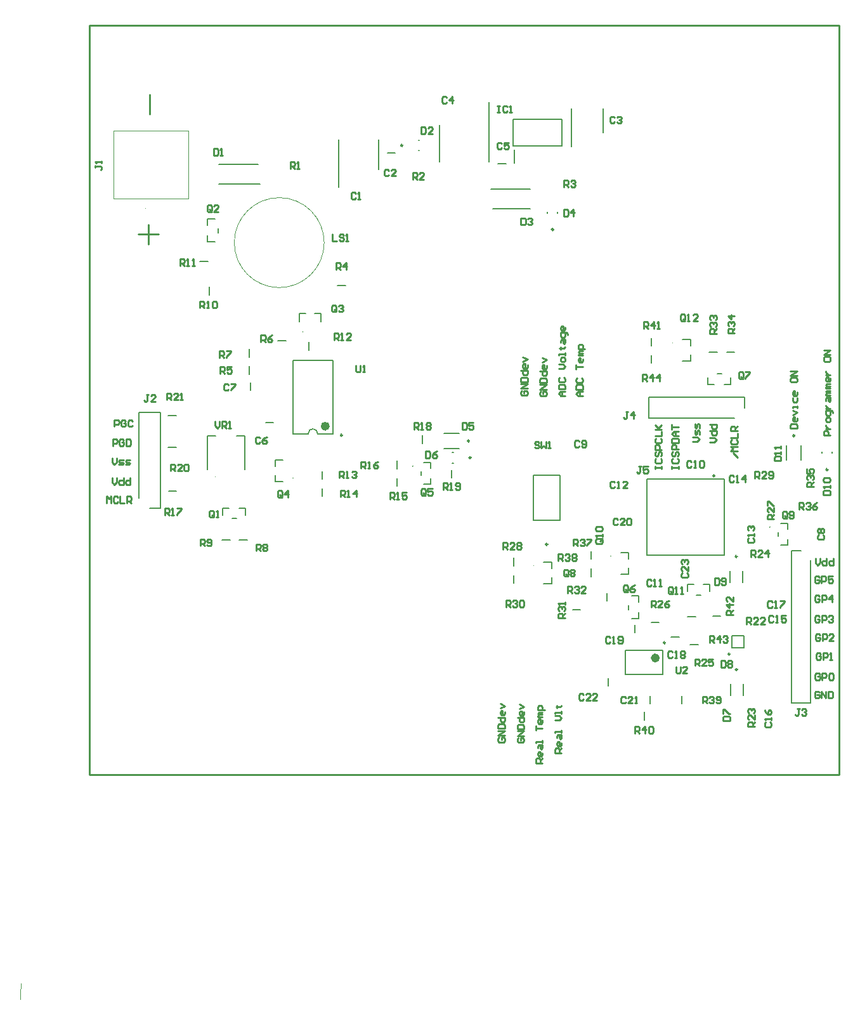
<source format=gto>
G04*
G04 #@! TF.GenerationSoftware,Altium Limited,Altium Designer,20.2.7 (254)*
G04*
G04 Layer_Color=65535*
%FSLAX25Y25*%
%MOIN*%
G70*
G04*
G04 #@! TF.SameCoordinates,6A7C296C-3D1D-46A6-B2F7-2068CE29E54D*
G04*
G04*
G04 #@! TF.FilePolarity,Positive*
G04*
G01*
G75*
%ADD10C,0.00394*%
%ADD11C,0.00984*%
%ADD12C,0.00787*%
%ADD13C,0.02362*%
%ADD14C,0.01000*%
%ADD15C,0.00050*%
D10*
X233071Y110039D02*
G03*
X233465Y110039I197J0D01*
G01*
D02*
G03*
X233071Y110039I-197J0D01*
G01*
X273648Y115015D02*
G03*
X274041Y115015I197J0D01*
G01*
D02*
G03*
X273648Y115015I-197J0D01*
G01*
X75973Y279609D02*
G03*
X123217Y279609I23622J0D01*
G01*
D02*
G03*
X75973Y279609I-23622J0D01*
G01*
X66099Y156522D02*
G03*
X66099Y156128I0J-197D01*
G01*
D02*
G03*
X66099Y156522I0J197D01*
G01*
X106604Y155898D02*
G03*
X106998Y155898I197J0D01*
G01*
D02*
G03*
X106604Y155898I-197J0D01*
G01*
X112014Y232630D02*
G03*
X112014Y233024I0J197D01*
G01*
D02*
G03*
X112014Y232630I0J-197D01*
G01*
X306153Y227050D02*
G03*
X306547Y227050I197J0D01*
G01*
D02*
G03*
X306153Y227050I-197J0D01*
G01*
X29405Y298066D02*
G03*
X29405Y297672I0J-197D01*
G01*
D02*
G03*
X29405Y298066I0J197D01*
G01*
X12475Y302593D02*
Y338420D01*
X51846D01*
Y302593D02*
Y338420D01*
X12475Y302593D02*
X51846D01*
D11*
X240650Y121083D02*
G03*
X240650Y121083I-492J0D01*
G01*
X164508Y330709D02*
G03*
X164508Y330709I-492J0D01*
G01*
X199559Y175415D02*
G03*
X199559Y175415I-492J0D01*
G01*
X132779Y178391D02*
G03*
X132779Y178391I-492J0D01*
G01*
X340371Y55315D02*
G03*
X340371Y55315I-492J0D01*
G01*
X336493Y63411D02*
G03*
X336493Y63411I-492J0D01*
G01*
X340283Y114705D02*
G03*
X340283Y114705I-492J0D01*
G01*
X328540Y157104D02*
G03*
X328540Y157104I-492J0D01*
G01*
X370468Y178150D02*
G03*
X370468Y178150I-492J0D01*
G01*
X387923Y160335D02*
G03*
X387923Y160335I-492J0D01*
G01*
X302579Y69390D02*
G03*
X302579Y69390I-492J0D01*
G01*
X200339Y166638D02*
G03*
X200339Y166638I-492J0D01*
G01*
X243736Y286499D02*
G03*
X243736Y286499I-492J0D01*
G01*
D12*
X119787Y179218D02*
G03*
X114787Y179218I-2500J0D01*
G01*
X169720Y162205D02*
G03*
X169720Y162205I-79J0D01*
G01*
X357435Y130216D02*
G03*
X357435Y130216I-79J0D01*
G01*
X242717Y108465D02*
Y111811D01*
X238583D02*
X242717D01*
Y100394D02*
Y103740D01*
X238583Y100394D02*
X242717D01*
X222875Y109853D02*
Y113987D01*
X233268Y133858D02*
Y157480D01*
Y133858D02*
X247047D01*
X233268Y157480D02*
X247047D01*
Y133858D02*
Y157480D01*
X271850Y91302D02*
Y95436D01*
X283293Y113441D02*
Y116787D01*
X279159D02*
X283293D01*
Y105370D02*
Y108716D01*
X279159Y105370D02*
X283293D01*
X151679Y318209D02*
Y333858D01*
X130813Y308661D02*
Y333858D01*
X130321Y256958D02*
X134455D01*
X156519Y326772D02*
X160653D01*
X172677Y333465D02*
X173268D01*
X172677Y327953D02*
X173268D01*
X209702Y321949D02*
Y353445D01*
X183718Y321949D02*
Y341437D01*
X214541Y321007D02*
X218675D01*
X222531Y330511D02*
Y344290D01*
X248121D01*
Y330511D02*
Y344290D01*
X222531Y330511D02*
X248121D01*
X223023Y321554D02*
Y328444D01*
X253059Y329938D02*
Y350017D01*
X269988Y337320D02*
Y350017D01*
X186272Y179253D02*
X194146D01*
X186272Y171576D02*
X194146D01*
X83801Y219534D02*
Y223668D01*
X83801Y210463D02*
Y214597D01*
X98904Y227988D02*
X103038D01*
X127720Y179218D02*
Y217801D01*
X106854Y179218D02*
Y217801D01*
X119787Y179218D02*
X127720D01*
X106854D02*
X114787D01*
X106854Y217801D02*
X127720D01*
X179168Y161221D02*
Y164173D01*
X175413D02*
X179168D01*
X175413Y152756D02*
X179168D01*
X174050Y157480D02*
Y159449D01*
X179168Y152756D02*
Y155709D01*
X174999Y174154D02*
Y178288D01*
X41240Y188779D02*
X45374D01*
X293701Y187303D02*
X338898D01*
X293701D02*
Y198524D01*
X344094D01*
Y192913D02*
Y198524D01*
X69927Y136438D02*
Y140168D01*
X78487D02*
X81895D01*
X69927D02*
X73334D01*
X81895Y136438D02*
Y140168D01*
X74737Y134656D02*
X77084D01*
X61768Y177979D02*
X66099D01*
X61768Y160262D02*
Y177979D01*
X77122D02*
X81453D01*
Y160262D02*
Y177979D01*
X97352Y165543D02*
X101486D01*
X97352Y162197D02*
Y165543D01*
Y154126D02*
X101486D01*
X97352D02*
Y157472D01*
X343422Y41732D02*
Y47638D01*
X336729Y41732D02*
Y47638D01*
X337418Y66777D02*
X343717D01*
X337418D02*
Y72919D01*
X343717Y66777D02*
Y72919D01*
X337418D02*
X343717D01*
X343335Y101122D02*
Y107028D01*
X336642Y101122D02*
Y107028D01*
X333501Y115411D02*
Y155569D01*
X292713D02*
X333501D01*
X292713Y115411D02*
Y155569D01*
Y115411D02*
X333501D01*
X327339Y83292D02*
X331473D01*
X263493Y113313D02*
Y117447D01*
Y104242D02*
Y108375D01*
X378849Y37700D02*
Y112700D01*
X368849Y37700D02*
X378849D01*
X368849D02*
Y117700D01*
X373849D01*
X222875Y100759D02*
Y104893D01*
X318834Y94517D02*
X321181D01*
X325992Y96299D02*
Y100029D01*
X314023D02*
X317431D01*
X322584D02*
X325992D01*
X314023Y96299D02*
Y100029D01*
X67457Y284848D02*
Y287196D01*
X61945Y292006D02*
X65675D01*
X61945Y280038D02*
Y283446D01*
Y288598D02*
Y292006D01*
Y280038D02*
X65675D01*
X110242Y242276D02*
X113589D01*
X110242Y238142D02*
Y242276D01*
X118313D02*
X121660D01*
Y238142D02*
Y242276D01*
X57938Y269873D02*
X62072D01*
X62761Y252135D02*
Y256269D01*
X69543Y123398D02*
X73677D01*
X78615Y123398D02*
X82749D01*
X122244Y155413D02*
Y159547D01*
X161376Y160806D02*
Y164940D01*
X366884Y120767D02*
Y123720D01*
X361766Y125492D02*
Y127460D01*
X363128Y120767D02*
X366884D01*
X363128Y132185D02*
X366884D01*
Y129232D02*
Y132185D01*
X366137Y165354D02*
Y173228D01*
X373815Y165354D02*
Y173228D01*
X390187Y168996D02*
Y169587D01*
X384675Y168996D02*
Y169587D01*
X295271Y216280D02*
Y220414D01*
X291339Y28822D02*
Y32956D01*
X92421Y185039D02*
X96555D01*
X329722Y210645D02*
X332069D01*
X324911Y205133D02*
Y208863D01*
X333472Y205133D02*
X336880D01*
X324911D02*
X328319D01*
X336880D02*
Y208863D01*
X315799Y225476D02*
Y228822D01*
X311665D02*
X315799D01*
Y217405D02*
Y220751D01*
X311665Y217405D02*
X315799D01*
X295271Y225352D02*
Y229486D01*
X334730Y222138D02*
X338864D01*
X325658D02*
X329792D01*
X314282Y83100D02*
X318415D01*
X315628Y68517D02*
X319762D01*
X305610Y72357D02*
X309744D01*
X211838Y297254D02*
X231633D01*
X210712Y307852D02*
X231633D01*
X281496Y52756D02*
Y65354D01*
X301181Y52756D02*
Y65354D01*
X281496Y52756D02*
X301181D01*
X281496Y65354D02*
X301181D01*
X311024Y37303D02*
Y41437D01*
X253839Y86614D02*
X257972D01*
X295104Y80135D02*
X299237D01*
X283024Y86832D02*
Y89179D01*
X284806Y82022D02*
X288536D01*
Y90582D02*
Y93990D01*
Y82022D02*
Y85430D01*
X284806Y93990D02*
X288536D01*
X272429Y46711D02*
Y50845D01*
X294567Y37303D02*
Y41437D01*
X286425Y74721D02*
Y78855D01*
X122244Y146342D02*
Y150475D01*
X84426Y201981D02*
Y206115D01*
X25886Y145354D02*
Y190551D01*
X37106D01*
Y140157D02*
Y190551D01*
X31496Y140157D02*
X37106D01*
X161376Y151734D02*
Y155868D01*
X190595Y163882D02*
X191186D01*
X190595Y169394D02*
X191186D01*
X190209Y155992D02*
Y160126D01*
X240488Y295160D02*
Y295751D01*
X245999Y295160D02*
Y295751D01*
X41415Y149182D02*
X45549D01*
X41286Y172122D02*
X45420D01*
X115257Y223165D02*
Y227299D01*
X67894Y310465D02*
X89665D01*
X67894Y320717D02*
X88406D01*
D13*
X124964Y183155D02*
G03*
X124964Y183155I-1181J0D01*
G01*
X298425Y61417D02*
G03*
X298425Y61417I-1181J0D01*
G01*
D14*
X30906Y199787D02*
X29725D01*
X30315D01*
Y196836D01*
X29725Y196245D01*
X29135D01*
X28544Y196836D01*
X34448Y196245D02*
X32086D01*
X34448Y198607D01*
Y199197D01*
X33858Y199787D01*
X32677D01*
X32086Y199197D01*
X247961Y11572D02*
X244419D01*
Y13343D01*
X245009Y13934D01*
X246190D01*
X246780Y13343D01*
Y11572D01*
Y12753D02*
X247961Y13934D01*
Y16885D02*
Y15705D01*
X247371Y15114D01*
X246190D01*
X245600Y15705D01*
Y16885D01*
X246190Y17476D01*
X246780D01*
Y15114D01*
X245600Y19247D02*
Y20427D01*
X246190Y21018D01*
X247961D01*
Y19247D01*
X247371Y18656D01*
X246780Y19247D01*
Y21018D01*
X247961Y22198D02*
Y23379D01*
Y22789D01*
X244419D01*
Y22198D01*
Y28692D02*
X246780D01*
X247961Y29873D01*
X246780Y31054D01*
X244419D01*
X247961Y32235D02*
Y33415D01*
Y32825D01*
X244419D01*
Y32235D01*
X245009Y35777D02*
X245600D01*
Y35186D01*
Y36367D01*
Y35777D01*
X247371D01*
X247961Y36367D01*
X237909Y6241D02*
X234367D01*
Y8012D01*
X234957Y8603D01*
X236138D01*
X236728Y8012D01*
Y6241D01*
Y7422D02*
X237909Y8603D01*
Y11555D02*
Y10374D01*
X237318Y9784D01*
X236138D01*
X235547Y10374D01*
Y11555D01*
X236138Y12145D01*
X236728D01*
Y9784D01*
X235547Y13916D02*
Y15097D01*
X236138Y15687D01*
X237909D01*
Y13916D01*
X237318Y13326D01*
X236728Y13916D01*
Y15687D01*
X237909Y16868D02*
Y18049D01*
Y17458D01*
X234367D01*
Y16868D01*
Y23362D02*
Y25723D01*
Y24543D01*
X237909D01*
Y28675D02*
Y27494D01*
X237318Y26904D01*
X236138D01*
X235547Y27494D01*
Y28675D01*
X236138Y29265D01*
X236728D01*
Y26904D01*
X237909Y30446D02*
X235547D01*
Y31037D01*
X236138Y31627D01*
X237909D01*
X236138D01*
X235547Y32217D01*
X236138Y32808D01*
X237909D01*
X239089Y33988D02*
X235547D01*
Y35759D01*
X236138Y36350D01*
X237318D01*
X237909Y35759D01*
Y33988D01*
X225263Y19380D02*
X224672Y18790D01*
Y17609D01*
X225263Y17019D01*
X227624D01*
X228215Y17609D01*
Y18790D01*
X227624Y19380D01*
X226443D01*
Y18200D01*
X228215Y20561D02*
X224672D01*
X228215Y22922D01*
X224672D01*
Y24103D02*
X228215D01*
Y25874D01*
X227624Y26465D01*
X225263D01*
X224672Y25874D01*
Y24103D01*
Y30007D02*
X228215D01*
Y28236D01*
X227624Y27645D01*
X226443D01*
X225853Y28236D01*
Y30007D01*
X228215Y32959D02*
Y31778D01*
X227624Y31187D01*
X226443D01*
X225853Y31778D01*
Y32959D01*
X226443Y33549D01*
X227034D01*
Y31187D01*
X225853Y34730D02*
X228215Y35910D01*
X225853Y37091D01*
X215184Y19586D02*
X214593Y18996D01*
Y17815D01*
X215184Y17225D01*
X217545D01*
X218136Y17815D01*
Y18996D01*
X217545Y19586D01*
X216365D01*
Y18405D01*
X218136Y20767D02*
X214593D01*
X218136Y23128D01*
X214593D01*
Y24309D02*
X218136D01*
Y26080D01*
X217545Y26670D01*
X215184D01*
X214593Y26080D01*
Y24309D01*
Y30213D02*
X218136D01*
Y28441D01*
X217545Y27851D01*
X216365D01*
X215774Y28441D01*
Y30213D01*
X218136Y33164D02*
Y31984D01*
X217545Y31393D01*
X216365D01*
X215774Y31984D01*
Y33164D01*
X216365Y33755D01*
X216955D01*
Y31393D01*
X215774Y34935D02*
X218136Y36116D01*
X215774Y37297D01*
X249912Y199212D02*
X247551D01*
X246370Y200393D01*
X247551Y201574D01*
X249912D01*
X248141D01*
Y199212D01*
X246370Y202754D02*
X249912D01*
Y204525D01*
X249322Y205116D01*
X246960D01*
X246370Y204525D01*
Y202754D01*
X246960Y208658D02*
X246370Y208068D01*
Y206887D01*
X246960Y206296D01*
X249322D01*
X249912Y206887D01*
Y208068D01*
X249322Y208658D01*
X246370Y213381D02*
X248731D01*
X249912Y214562D01*
X248731Y215742D01*
X246370D01*
X249912Y217513D02*
Y218694D01*
X249322Y219284D01*
X248141D01*
X247551Y218694D01*
Y217513D01*
X248141Y216923D01*
X249322D01*
X249912Y217513D01*
Y220465D02*
Y221646D01*
Y221056D01*
X246370D01*
Y220465D01*
X246960Y224007D02*
X247551D01*
Y223417D01*
Y224598D01*
Y224007D01*
X249322D01*
X249912Y224598D01*
X247551Y226959D02*
Y228140D01*
X248141Y228730D01*
X249912D01*
Y226959D01*
X249322Y226369D01*
X248731Y226959D01*
Y228730D01*
X251093Y231092D02*
Y231682D01*
X250502Y232272D01*
X247551D01*
Y230501D01*
X248141Y229911D01*
X249322D01*
X249912Y230501D01*
Y232272D01*
Y235224D02*
Y234043D01*
X249322Y233453D01*
X248141D01*
X247551Y234043D01*
Y235224D01*
X248141Y235814D01*
X248731D01*
Y233453D01*
X227069Y201754D02*
X226479Y201163D01*
Y199983D01*
X227069Y199392D01*
X229430D01*
X230021Y199983D01*
Y201163D01*
X229430Y201754D01*
X228250D01*
Y200573D01*
X230021Y202935D02*
X226479D01*
X230021Y205296D01*
X226479D01*
Y206477D02*
X230021D01*
Y208248D01*
X229430Y208838D01*
X227069D01*
X226479Y208248D01*
Y206477D01*
Y212380D02*
X230021D01*
Y210609D01*
X229430Y210019D01*
X228250D01*
X227659Y210609D01*
Y212380D01*
X230021Y215332D02*
Y214151D01*
X229430Y213561D01*
X228250D01*
X227659Y214151D01*
Y215332D01*
X228250Y215922D01*
X228840D01*
Y213561D01*
X227659Y217103D02*
X230021Y218284D01*
X227659Y219464D01*
X237130Y201394D02*
X236540Y200804D01*
Y199623D01*
X237130Y199033D01*
X239492D01*
X240082Y199623D01*
Y200804D01*
X239492Y201394D01*
X238311D01*
Y200214D01*
X240082Y202575D02*
X236540D01*
X240082Y204937D01*
X236540D01*
Y206117D02*
X240082D01*
Y207888D01*
X239492Y208479D01*
X237130D01*
X236540Y207888D01*
Y206117D01*
Y212021D02*
X240082D01*
Y210250D01*
X239492Y209660D01*
X238311D01*
X237720Y210250D01*
Y212021D01*
X240082Y214973D02*
Y213792D01*
X239492Y213202D01*
X238311D01*
X237720Y213792D01*
Y214973D01*
X238311Y215563D01*
X238901D01*
Y213202D01*
X237720Y216744D02*
X240082Y217924D01*
X237720Y219105D01*
X259134Y199020D02*
X256772D01*
X255591Y200201D01*
X256772Y201382D01*
X259134D01*
X257362D01*
Y199020D01*
X255591Y202562D02*
X259134D01*
Y204333D01*
X258543Y204924D01*
X256182D01*
X255591Y204333D01*
Y202562D01*
X256182Y208466D02*
X255591Y207876D01*
Y206695D01*
X256182Y206104D01*
X258543D01*
X259134Y206695D01*
Y207876D01*
X258543Y208466D01*
X255591Y213189D02*
Y215550D01*
Y214370D01*
X259134D01*
Y218502D02*
Y217321D01*
X258543Y216731D01*
X257362D01*
X256772Y217321D01*
Y218502D01*
X257362Y219092D01*
X257953D01*
Y216731D01*
X259134Y220273D02*
X256772D01*
Y220864D01*
X257362Y221454D01*
X259134D01*
X257362D01*
X256772Y222044D01*
X257362Y222635D01*
X259134D01*
X260314Y223815D02*
X256772D01*
Y225586D01*
X257362Y226177D01*
X258543D01*
X259134Y225586D01*
Y223815D01*
X368308Y182102D02*
X371850D01*
Y183873D01*
X371259Y184464D01*
X368898D01*
X368308Y183873D01*
Y182102D01*
X371850Y187416D02*
Y186235D01*
X371259Y185644D01*
X370079D01*
X369488Y186235D01*
Y187416D01*
X370079Y188006D01*
X370669D01*
Y185644D01*
X369488Y189187D02*
X371850Y190367D01*
X369488Y191548D01*
X371850Y192729D02*
Y193910D01*
Y193319D01*
X369488D01*
Y192729D01*
Y198042D02*
Y196271D01*
X370079Y195681D01*
X371259D01*
X371850Y196271D01*
Y198042D01*
Y200994D02*
Y199813D01*
X371259Y199223D01*
X370079D01*
X369488Y199813D01*
Y200994D01*
X370079Y201584D01*
X370669D01*
Y199223D01*
X368308Y208078D02*
Y206897D01*
X368898Y206307D01*
X371259D01*
X371850Y206897D01*
Y208078D01*
X371259Y208669D01*
X368898D01*
X368308Y208078D01*
X371850Y209849D02*
X368308D01*
X371850Y212211D01*
X368308D01*
X389272Y178268D02*
X385730D01*
Y180039D01*
X386320Y180629D01*
X387501D01*
X388091Y180039D01*
Y178268D01*
X386911Y181810D02*
X389272D01*
X388091D01*
X387501Y182400D01*
X386911Y182991D01*
Y183581D01*
X389272Y185942D02*
Y187123D01*
X388682Y187713D01*
X387501D01*
X386911Y187123D01*
Y185942D01*
X387501Y185352D01*
X388682D01*
X389272Y185942D01*
X390453Y190075D02*
Y190665D01*
X389862Y191255D01*
X386911D01*
Y189485D01*
X387501Y188894D01*
X388682D01*
X389272Y189485D01*
Y191255D01*
X386911Y192436D02*
X389272D01*
X388091D01*
X387501Y193027D01*
X386911Y193617D01*
Y194207D01*
Y196569D02*
Y197749D01*
X387501Y198340D01*
X389272D01*
Y196569D01*
X388682Y195978D01*
X388091Y196569D01*
Y198340D01*
X389272Y199521D02*
X386911D01*
Y200111D01*
X387501Y200701D01*
X389272D01*
X387501D01*
X386911Y201292D01*
X387501Y201882D01*
X389272D01*
Y203063D02*
X386911D01*
Y203653D01*
X387501Y204243D01*
X389272D01*
X387501D01*
X386911Y204834D01*
X387501Y205424D01*
X389272D01*
Y208376D02*
Y207195D01*
X388682Y206605D01*
X387501D01*
X386911Y207195D01*
Y208376D01*
X387501Y208966D01*
X388091D01*
Y206605D01*
X386911Y210147D02*
X389272D01*
X388091D01*
X387501Y210737D01*
X386911Y211328D01*
Y211918D01*
X385730Y219003D02*
Y217822D01*
X386320Y217231D01*
X388682D01*
X389272Y217822D01*
Y219003D01*
X388682Y219593D01*
X386320D01*
X385730Y219003D01*
X389272Y220774D02*
X385730D01*
X389272Y223135D01*
X385730D01*
X383435Y43265D02*
X382844Y43855D01*
X381663D01*
X381073Y43265D01*
Y40904D01*
X381663Y40313D01*
X382844D01*
X383435Y40904D01*
Y42084D01*
X382254D01*
X384615Y40313D02*
Y43855D01*
X386977Y40313D01*
Y43855D01*
X388157D02*
Y40313D01*
X389929D01*
X390519Y40904D01*
Y43265D01*
X389929Y43855D01*
X388157D01*
X340511Y166580D02*
X338149Y168942D01*
X340511Y170122D02*
X336968D01*
X338149Y171303D01*
X336968Y172484D01*
X340511D01*
X337559Y176026D02*
X336968Y175436D01*
Y174255D01*
X337559Y173664D01*
X339920D01*
X340511Y174255D01*
Y175436D01*
X339920Y176026D01*
X336968Y177207D02*
X340511D01*
Y179568D01*
Y180749D02*
X336968D01*
Y182520D01*
X337559Y183110D01*
X338739D01*
X339330Y182520D01*
Y180749D01*
Y181930D02*
X340511Y183110D01*
X316877Y175101D02*
X319238D01*
X320419Y176281D01*
X319238Y177462D01*
X316877D01*
X320419Y178643D02*
Y180414D01*
X319829Y181004D01*
X319238Y180414D01*
Y179233D01*
X318648Y178643D01*
X318058Y179233D01*
Y181004D01*
X320419Y182185D02*
Y183956D01*
X319829Y184546D01*
X319238Y183956D01*
Y182775D01*
X318648Y182185D01*
X318058Y182775D01*
Y184546D01*
X325818Y174785D02*
X328180D01*
X329360Y175966D01*
X328180Y177146D01*
X325818D01*
Y180689D02*
X329360D01*
Y178918D01*
X328770Y178327D01*
X327589D01*
X326999Y178918D01*
Y180689D01*
X325818Y184231D02*
X329360D01*
Y182460D01*
X328770Y181869D01*
X327589D01*
X326999Y182460D01*
Y184231D01*
X305937Y160900D02*
Y162081D01*
Y161490D01*
X309479D01*
Y160900D01*
Y162081D01*
X306527Y166213D02*
X305937Y165623D01*
Y164442D01*
X306527Y163852D01*
X308889D01*
X309479Y164442D01*
Y165623D01*
X308889Y166213D01*
X306527Y169755D02*
X305937Y169165D01*
Y167984D01*
X306527Y167394D01*
X307118D01*
X307708Y167984D01*
Y169165D01*
X308298Y169755D01*
X308889D01*
X309479Y169165D01*
Y167984D01*
X308889Y167394D01*
X309479Y170936D02*
X305937D01*
Y172707D01*
X306527Y173298D01*
X307708D01*
X308298Y172707D01*
Y170936D01*
X305937Y174478D02*
X309479D01*
Y176249D01*
X308889Y176840D01*
X306527D01*
X305937Y176249D01*
Y174478D01*
X309479Y178020D02*
X307118D01*
X305937Y179201D01*
X307118Y180382D01*
X309479D01*
X307708D01*
Y178020D01*
X305937Y181562D02*
Y183924D01*
Y182743D01*
X309479D01*
X297068Y160872D02*
Y162053D01*
Y161463D01*
X300610D01*
Y160872D01*
Y162053D01*
X297659Y166186D02*
X297068Y165595D01*
Y164415D01*
X297659Y163824D01*
X300020D01*
X300610Y164415D01*
Y165595D01*
X300020Y166186D01*
X297659Y169728D02*
X297068Y169138D01*
Y167957D01*
X297659Y167367D01*
X298249D01*
X298839Y167957D01*
Y169138D01*
X299430Y169728D01*
X300020D01*
X300610Y169138D01*
Y167957D01*
X300020Y167367D01*
X300610Y170909D02*
X297068D01*
Y172680D01*
X297659Y173270D01*
X298839D01*
X299430Y172680D01*
Y170909D01*
X297659Y176812D02*
X297068Y176222D01*
Y175041D01*
X297659Y174451D01*
X300020D01*
X300610Y175041D01*
Y176222D01*
X300020Y176812D01*
X297068Y177993D02*
X300610D01*
Y180354D01*
X297068Y181535D02*
X300610D01*
X299430D01*
X297068Y183897D01*
X298839Y182125D01*
X300610Y183897D01*
X381380Y113728D02*
Y111366D01*
X382561Y110186D01*
X383741Y111366D01*
Y113728D01*
X387283D02*
Y110186D01*
X385512D01*
X384922Y110776D01*
Y111957D01*
X385512Y112547D01*
X387283D01*
X390826Y113728D02*
Y110186D01*
X389054D01*
X388464Y110776D01*
Y111957D01*
X389054Y112547D01*
X390826D01*
X383435Y103678D02*
X382844Y104269D01*
X381663D01*
X381073Y103678D01*
Y101317D01*
X381663Y100726D01*
X382844D01*
X383435Y101317D01*
Y102498D01*
X382254D01*
X384615Y100726D02*
Y104269D01*
X386386D01*
X386977Y103678D01*
Y102498D01*
X386386Y101907D01*
X384615D01*
X390519Y104269D02*
X388157D01*
Y102498D01*
X389338Y103088D01*
X389929D01*
X390519Y102498D01*
Y101317D01*
X389929Y100726D01*
X388748D01*
X388157Y101317D01*
X383566Y93697D02*
X382976Y94287D01*
X381795D01*
X381204Y93697D01*
Y91335D01*
X381795Y90745D01*
X382976D01*
X383566Y91335D01*
Y92516D01*
X382385D01*
X384747Y90745D02*
Y94287D01*
X386518D01*
X387108Y93697D01*
Y92516D01*
X386518Y91926D01*
X384747D01*
X390060Y90745D02*
Y94287D01*
X388289Y92516D01*
X390650D01*
X383828Y73340D02*
X383238Y73931D01*
X382057D01*
X381467Y73340D01*
Y70979D01*
X382057Y70389D01*
X383238D01*
X383828Y70979D01*
Y72160D01*
X382648D01*
X385009Y70389D02*
Y73931D01*
X386780D01*
X387371Y73340D01*
Y72160D01*
X386780Y71569D01*
X385009D01*
X390913Y70389D02*
X388551D01*
X390913Y72750D01*
Y73340D01*
X390322Y73931D01*
X389142D01*
X388551Y73340D01*
X383566Y83059D02*
X382976Y83649D01*
X381795D01*
X381204Y83059D01*
Y80698D01*
X381795Y80107D01*
X382976D01*
X383566Y80698D01*
Y81878D01*
X382385D01*
X384747Y80107D02*
Y83649D01*
X386518D01*
X387108Y83059D01*
Y81878D01*
X386518Y81288D01*
X384747D01*
X388289Y83059D02*
X388879Y83649D01*
X390060D01*
X390650Y83059D01*
Y82469D01*
X390060Y81878D01*
X389469D01*
X390060D01*
X390650Y81288D01*
Y80698D01*
X390060Y80107D01*
X388879D01*
X388289Y80698D01*
X383697Y52852D02*
X383107Y53443D01*
X381926D01*
X381336Y52852D01*
Y50491D01*
X381926Y49900D01*
X383107D01*
X383697Y50491D01*
Y51672D01*
X382516D01*
X384878Y49900D02*
Y53443D01*
X386649D01*
X387239Y52852D01*
Y51672D01*
X386649Y51081D01*
X384878D01*
X388420Y52852D02*
X389010Y53443D01*
X390191D01*
X390781Y52852D01*
Y50491D01*
X390191Y49900D01*
X389010D01*
X388420Y50491D01*
Y52852D01*
X384247Y63494D02*
X383656Y64085D01*
X382475D01*
X381885Y63494D01*
Y61133D01*
X382475Y60542D01*
X383656D01*
X384247Y61133D01*
Y62313D01*
X383066D01*
X385427Y60542D02*
Y64085D01*
X387198D01*
X387789Y63494D01*
Y62313D01*
X387198Y61723D01*
X385427D01*
X388969Y60542D02*
X390150D01*
X389560D01*
Y64085D01*
X388969Y63494D01*
X8874Y142732D02*
Y146274D01*
X10055Y145094D01*
X11236Y146274D01*
Y142732D01*
X14778Y145684D02*
X14187Y146274D01*
X13006D01*
X12416Y145684D01*
Y143323D01*
X13006Y142732D01*
X14187D01*
X14778Y143323D01*
X15958Y146274D02*
Y142732D01*
X18320D01*
X19500D02*
Y146274D01*
X21272D01*
X21862Y145684D01*
Y144503D01*
X21272Y143913D01*
X19500D01*
X20681D02*
X21862Y142732D01*
X11773Y155967D02*
Y153606D01*
X12954Y152425D01*
X14134Y153606D01*
Y155967D01*
X17676D02*
Y152425D01*
X15905D01*
X15315Y153015D01*
Y154196D01*
X15905Y154787D01*
X17676D01*
X21219Y155967D02*
Y152425D01*
X19447D01*
X18857Y153015D01*
Y154196D01*
X19447Y154787D01*
X21219D01*
X11773Y166544D02*
Y164182D01*
X12954Y163002D01*
X14134Y164182D01*
Y166544D01*
X15315Y163002D02*
X17086D01*
X17676Y163592D01*
X17086Y164182D01*
X15905D01*
X15315Y164773D01*
X15905Y165363D01*
X17676D01*
X18857Y163002D02*
X20628D01*
X21219Y163592D01*
X20628Y164182D01*
X19447D01*
X18857Y164773D01*
X19447Y165363D01*
X21219D01*
X12019Y172841D02*
Y176383D01*
X13790D01*
X14380Y175792D01*
Y174612D01*
X13790Y174021D01*
X12019D01*
X17922Y175792D02*
X17332Y176383D01*
X16151D01*
X15561Y175792D01*
Y173431D01*
X16151Y172841D01*
X17332D01*
X17922Y173431D01*
Y174612D01*
X16742D01*
X19103Y176383D02*
Y172841D01*
X20874D01*
X21464Y173431D01*
Y175792D01*
X20874Y176383D01*
X19103D01*
X13003Y182925D02*
Y186468D01*
X14774D01*
X15364Y185877D01*
Y184696D01*
X14774Y184106D01*
X13003D01*
X18906Y185877D02*
X18316Y186468D01*
X17135D01*
X16545Y185877D01*
Y183516D01*
X17135Y182925D01*
X18316D01*
X18906Y183516D01*
Y184696D01*
X17726D01*
X22448Y185877D02*
X21858Y186468D01*
X20677D01*
X20087Y185877D01*
Y183516D01*
X20677Y182925D01*
X21858D01*
X22448Y183516D01*
X31568Y347055D02*
Y357550D01*
X25657Y283995D02*
X36153D01*
X30905Y289243D02*
Y278748D01*
X311433Y105954D02*
X310842Y105364D01*
Y104183D01*
X311433Y103593D01*
X313794D01*
X314384Y104183D01*
Y105364D01*
X313794Y105954D01*
X314384Y109496D02*
Y107135D01*
X312023Y109496D01*
X311433D01*
X310842Y108906D01*
Y107725D01*
X311433Y107135D01*
Y110677D02*
X310842Y111267D01*
Y112448D01*
X311433Y113038D01*
X312023D01*
X312613Y112448D01*
Y111858D01*
Y112448D01*
X313204Y113038D01*
X313794D01*
X314384Y112448D01*
Y111267D01*
X313794Y110677D01*
X277527Y134246D02*
X276937Y134836D01*
X275756D01*
X275166Y134246D01*
Y131884D01*
X275756Y131294D01*
X276937D01*
X277527Y131884D01*
X281069Y131294D02*
X278708D01*
X281069Y133655D01*
Y134246D01*
X280479Y134836D01*
X279298D01*
X278708Y134246D01*
X282250D02*
X282840Y134836D01*
X284021D01*
X284611Y134246D01*
Y131884D01*
X284021Y131294D01*
X282840D01*
X282250Y131884D01*
Y134246D01*
X131191Y156026D02*
Y159568D01*
X132962D01*
X133553Y158977D01*
Y157797D01*
X132962Y157206D01*
X131191D01*
X132372D02*
X133553Y156026D01*
X134733D02*
X135914D01*
X135324D01*
Y159568D01*
X134733Y158977D01*
X137685D02*
X138275Y159568D01*
X139456D01*
X140047Y158977D01*
Y158387D01*
X139456Y157797D01*
X138866D01*
X139456D01*
X140047Y157206D01*
Y156616D01*
X139456Y156026D01*
X138275D01*
X137685Y156616D01*
X47343Y267550D02*
Y271092D01*
X49114D01*
X49705Y270502D01*
Y269321D01*
X49114Y268731D01*
X47343D01*
X48524D02*
X49705Y267550D01*
X50885D02*
X52066D01*
X51476D01*
Y271092D01*
X50885Y270502D01*
X53837Y267550D02*
X55018D01*
X54428D01*
Y271092D01*
X53837Y270502D01*
X57889Y245261D02*
Y248803D01*
X59659D01*
X60250Y248213D01*
Y247032D01*
X59659Y246442D01*
X57889D01*
X59069D02*
X60250Y245261D01*
X61431D02*
X62611D01*
X62021D01*
Y248803D01*
X61431Y248213D01*
X64382D02*
X64973Y248803D01*
X66154D01*
X66744Y248213D01*
Y245851D01*
X66154Y245261D01*
X64973D01*
X64382Y245851D01*
Y248213D01*
X58046Y120276D02*
Y123818D01*
X59816D01*
X60407Y123228D01*
Y122047D01*
X59816Y121457D01*
X58046D01*
X59226D02*
X60407Y120276D01*
X61588Y120867D02*
X62178Y120276D01*
X63359D01*
X63949Y120867D01*
Y123228D01*
X63359Y123818D01*
X62178D01*
X61588Y123228D01*
Y122638D01*
X62178Y122047D01*
X63949D01*
X87379Y117680D02*
Y121222D01*
X89151D01*
X89741Y120632D01*
Y119451D01*
X89151Y118861D01*
X87379D01*
X88560D02*
X89741Y117680D01*
X90922Y120632D02*
X91512Y121222D01*
X92693D01*
X93283Y120632D01*
Y120041D01*
X92693Y119451D01*
X93283Y118861D01*
Y118270D01*
X92693Y117680D01*
X91512D01*
X90922Y118270D01*
Y118861D01*
X91512Y119451D01*
X90922Y120041D01*
Y120632D01*
X91512Y119451D02*
X92693D01*
X68186Y219094D02*
Y222636D01*
X69957D01*
X70547Y222046D01*
Y220865D01*
X69957Y220274D01*
X68186D01*
X69366D02*
X70547Y219094D01*
X71728Y222636D02*
X74089D01*
Y222046D01*
X71728Y219684D01*
Y219094D01*
X68623Y210888D02*
Y214430D01*
X70394D01*
X70985Y213840D01*
Y212659D01*
X70394Y212069D01*
X68623D01*
X69804D02*
X70985Y210888D01*
X74527Y214430D02*
X72165D01*
Y212659D01*
X73346Y213250D01*
X73936D01*
X74527Y212659D01*
Y211478D01*
X73936Y210888D01*
X72756D01*
X72165Y211478D01*
X64074Y296465D02*
Y298827D01*
X63484Y299417D01*
X62303D01*
X61712Y298827D01*
Y296465D01*
X62303Y295875D01*
X63484D01*
X62893Y297056D02*
X64074Y295875D01*
X63484D02*
X64074Y296465D01*
X67616Y295875D02*
X65254D01*
X67616Y298236D01*
Y298827D01*
X67026Y299417D01*
X65845D01*
X65254Y298827D01*
X65255Y135903D02*
Y138264D01*
X64665Y138855D01*
X63484D01*
X62894Y138264D01*
Y135903D01*
X63484Y135312D01*
X64665D01*
X64075Y136493D02*
X65255Y135312D01*
X64665D02*
X65255Y135903D01*
X66436Y135312D02*
X67617D01*
X67027D01*
Y138855D01*
X66436Y138264D01*
X347585Y114579D02*
Y118121D01*
X349356D01*
X349946Y117531D01*
Y116350D01*
X349356Y115760D01*
X347585D01*
X348765D02*
X349946Y114579D01*
X353488D02*
X351127D01*
X353488Y116940D01*
Y117531D01*
X352898Y118121D01*
X351717D01*
X351127Y117531D01*
X356440Y114579D02*
Y118121D01*
X354669Y116350D01*
X357030D01*
X372797Y139422D02*
Y142964D01*
X374568D01*
X375159Y142374D01*
Y141193D01*
X374568Y140603D01*
X372797D01*
X373978D02*
X375159Y139422D01*
X376340Y142374D02*
X376930Y142964D01*
X378111D01*
X378701Y142374D01*
Y141783D01*
X378111Y141193D01*
X377520D01*
X378111D01*
X378701Y140603D01*
Y140012D01*
X378111Y139422D01*
X376930D01*
X376340Y140012D01*
X382243Y142964D02*
X381062Y142374D01*
X379882Y141193D01*
Y140012D01*
X380472Y139422D01*
X381653D01*
X382243Y140012D01*
Y140603D01*
X381653Y141193D01*
X379882D01*
X380444Y151403D02*
X376901D01*
Y153174D01*
X377492Y153765D01*
X378672D01*
X379263Y153174D01*
Y151403D01*
Y152584D02*
X380444Y153765D01*
X377492Y154945D02*
X376901Y155536D01*
Y156716D01*
X377492Y157307D01*
X378082D01*
X378672Y156716D01*
Y156126D01*
Y156716D01*
X379263Y157307D01*
X379853D01*
X380444Y156716D01*
Y155536D01*
X379853Y154945D01*
X376901Y160849D02*
Y158487D01*
X378672D01*
X378082Y159668D01*
Y160259D01*
X378672Y160849D01*
X379853D01*
X380444Y160259D01*
Y159078D01*
X379853Y158487D01*
X349608Y155709D02*
Y159251D01*
X351379D01*
X351969Y158661D01*
Y157480D01*
X351379Y156890D01*
X349608D01*
X350788D02*
X351969Y155709D01*
X355511D02*
X353150D01*
X355511Y158071D01*
Y158661D01*
X354921Y159251D01*
X353740D01*
X353150Y158661D01*
X356692Y156300D02*
X357282Y155709D01*
X358463D01*
X359054Y156300D01*
Y158661D01*
X358463Y159251D01*
X357282D01*
X356692Y158661D01*
Y158071D01*
X357282Y157480D01*
X359054D01*
X359635Y134375D02*
X356093D01*
Y136146D01*
X356683Y136736D01*
X357864D01*
X358454Y136146D01*
Y134375D01*
Y135555D02*
X359635Y136736D01*
Y140278D02*
Y137917D01*
X357274Y140278D01*
X356683D01*
X356093Y139688D01*
Y138507D01*
X356683Y137917D01*
X356093Y141459D02*
Y143820D01*
X356683D01*
X359045Y141459D01*
X359635D01*
X349526Y25390D02*
X345984D01*
Y27161D01*
X346574Y27751D01*
X347755D01*
X348345Y27161D01*
Y25390D01*
Y26570D02*
X349526Y27751D01*
Y31293D02*
Y28932D01*
X347164Y31293D01*
X346574D01*
X345984Y30703D01*
Y29522D01*
X346574Y28932D01*
Y32474D02*
X345984Y33064D01*
Y34245D01*
X346574Y34835D01*
X347164D01*
X347755Y34245D01*
Y33655D01*
Y34245D01*
X348345Y34835D01*
X348935D01*
X349526Y34245D01*
Y33064D01*
X348935Y32474D01*
X345274Y79186D02*
Y82728D01*
X347045D01*
X347636Y82138D01*
Y80957D01*
X347045Y80366D01*
X345274D01*
X346455D02*
X347636Y79186D01*
X351178D02*
X348816D01*
X351178Y81547D01*
Y82138D01*
X350587Y82728D01*
X349407D01*
X348816Y82138D01*
X354720Y79186D02*
X352359D01*
X354720Y81547D01*
Y82138D01*
X354130Y82728D01*
X352949D01*
X352359Y82138D01*
X290553Y206890D02*
Y210433D01*
X292324D01*
X292914Y209842D01*
Y208661D01*
X292324Y208071D01*
X290553D01*
X291733D02*
X292914Y206890D01*
X295866D02*
Y210433D01*
X294095Y208661D01*
X296456D01*
X299408Y206890D02*
Y210433D01*
X297637Y208661D01*
X299998D01*
X246303Y112402D02*
Y115944D01*
X248074D01*
X248664Y115354D01*
Y114173D01*
X248074Y113583D01*
X246303D01*
X247483D02*
X248664Y112402D01*
X249845Y115354D02*
X250435Y115944D01*
X251616D01*
X252206Y115354D01*
Y114764D01*
X251616Y114173D01*
X251026D01*
X251616D01*
X252206Y113583D01*
Y112993D01*
X251616Y112402D01*
X250435D01*
X249845Y112993D01*
X253387Y115354D02*
X253977Y115944D01*
X255158D01*
X255749Y115354D01*
Y114764D01*
X255158Y114173D01*
X255749Y113583D01*
Y112993D01*
X255158Y112402D01*
X253977D01*
X253387Y112993D01*
Y113583D01*
X253977Y114173D01*
X253387Y114764D01*
Y115354D01*
X253977Y114173D02*
X255158D01*
X218743Y88221D02*
Y91763D01*
X220514D01*
X221104Y91173D01*
Y89992D01*
X220514Y89402D01*
X218743D01*
X219923D02*
X221104Y88221D01*
X222285Y91173D02*
X222875Y91763D01*
X224056D01*
X224646Y91173D01*
Y90582D01*
X224056Y89992D01*
X223465D01*
X224056D01*
X224646Y89402D01*
Y88811D01*
X224056Y88221D01*
X222875D01*
X222285Y88811D01*
X225827Y91173D02*
X226417Y91763D01*
X227598D01*
X228188Y91173D01*
Y88811D01*
X227598Y88221D01*
X226417D01*
X225827Y88811D01*
Y91173D01*
X249267Y308830D02*
Y312372D01*
X251039D01*
X251629Y311782D01*
Y310601D01*
X251039Y310011D01*
X249267D01*
X250448D02*
X251629Y308830D01*
X252810Y311782D02*
X253400Y312372D01*
X254581D01*
X255171Y311782D01*
Y311191D01*
X254581Y310601D01*
X253990D01*
X254581D01*
X255171Y310011D01*
Y309420D01*
X254581Y308830D01*
X253400D01*
X252810Y309420D01*
X169739Y312839D02*
Y316381D01*
X171510D01*
X172100Y315791D01*
Y314610D01*
X171510Y314020D01*
X169739D01*
X170920D02*
X172100Y312839D01*
X175643D02*
X173281D01*
X175643Y315200D01*
Y315791D01*
X175052Y316381D01*
X173872D01*
X173281Y315791D01*
X366435Y135334D02*
Y137695D01*
X365844Y138286D01*
X364664D01*
X364073Y137695D01*
Y135334D01*
X364664Y134743D01*
X365844D01*
X365254Y135924D02*
X366435Y134743D01*
X365844D02*
X366435Y135334D01*
X367615D02*
X368206Y134743D01*
X369387D01*
X369977Y135334D01*
Y137695D01*
X369387Y138286D01*
X368206D01*
X367615Y137695D01*
Y137105D01*
X368206Y136514D01*
X369977D01*
X328414Y103387D02*
Y99845D01*
X330185D01*
X330775Y100436D01*
Y102797D01*
X330185Y103387D01*
X328414D01*
X331956Y100436D02*
X332546Y99845D01*
X333727D01*
X334317Y100436D01*
Y102797D01*
X333727Y103387D01*
X332546D01*
X331956Y102797D01*
Y102207D01*
X332546Y101616D01*
X334317D01*
X359777Y165019D02*
X363319D01*
Y166790D01*
X362729Y167381D01*
X360367D01*
X359777Y166790D01*
Y165019D01*
X363319Y168562D02*
Y169742D01*
Y169152D01*
X359777D01*
X360367Y168562D01*
X363319Y171513D02*
Y172694D01*
Y172104D01*
X359777D01*
X360367Y171513D01*
X385617Y147215D02*
X389159D01*
Y148986D01*
X388568Y149577D01*
X386207D01*
X385617Y148986D01*
Y147215D01*
X389159Y150758D02*
Y151938D01*
Y151348D01*
X385617D01*
X386207Y150758D01*
Y153709D02*
X385617Y154300D01*
Y155480D01*
X386207Y156071D01*
X388568D01*
X389159Y155480D01*
Y154300D01*
X388568Y153709D01*
X386207D01*
X332875Y28544D02*
X336417D01*
Y30315D01*
X335826Y30906D01*
X333465D01*
X332875Y30315D01*
Y28544D01*
Y32086D02*
Y34448D01*
X333465D01*
X335826Y32086D01*
X336417D01*
X331731Y60020D02*
Y56478D01*
X333502D01*
X334092Y57069D01*
Y59430D01*
X333502Y60020D01*
X331731D01*
X335273Y59430D02*
X335863Y60020D01*
X337044D01*
X337634Y59430D01*
Y58840D01*
X337044Y58249D01*
X337634Y57659D01*
Y57069D01*
X337044Y56478D01*
X335863D01*
X335273Y57069D01*
Y57659D01*
X335863Y58249D01*
X335273Y58840D01*
Y59430D01*
X335863Y58249D02*
X337044D01*
X358684Y90795D02*
X358094Y91385D01*
X356913D01*
X356323Y90795D01*
Y88433D01*
X356913Y87843D01*
X358094D01*
X358684Y88433D01*
X359865Y87843D02*
X361046D01*
X360455D01*
Y91385D01*
X359865Y90795D01*
X362817Y91385D02*
X365178D01*
Y90795D01*
X362817Y88433D01*
Y87843D01*
X355260Y27586D02*
X354670Y26995D01*
Y25815D01*
X355260Y25224D01*
X357622D01*
X358212Y25815D01*
Y26995D01*
X357622Y27586D01*
X358212Y28766D02*
Y29947D01*
Y29357D01*
X354670D01*
X355260Y28766D01*
X354670Y34080D02*
X355260Y32899D01*
X356441Y31718D01*
X357622D01*
X358212Y32308D01*
Y33489D01*
X357622Y34080D01*
X357032D01*
X356441Y33489D01*
Y31718D01*
X359289Y83007D02*
X358698Y83597D01*
X357518D01*
X356927Y83007D01*
Y80645D01*
X357518Y80055D01*
X358698D01*
X359289Y80645D01*
X360470Y80055D02*
X361650D01*
X361060D01*
Y83597D01*
X360470Y83007D01*
X365783Y83597D02*
X363421D01*
Y81826D01*
X364602Y82416D01*
X365192D01*
X365783Y81826D01*
Y80645D01*
X365192Y80055D01*
X364012D01*
X363421Y80645D01*
X338499Y156699D02*
X337909Y157289D01*
X336728D01*
X336138Y156699D01*
Y154337D01*
X336728Y153747D01*
X337909D01*
X338499Y154337D01*
X339680Y153747D02*
X340861D01*
X340270D01*
Y157289D01*
X339680Y156699D01*
X344403Y153747D02*
Y157289D01*
X342632Y155518D01*
X344993D01*
X346271Y124287D02*
X345681Y123697D01*
Y122516D01*
X346271Y121925D01*
X348633D01*
X349223Y122516D01*
Y123697D01*
X348633Y124287D01*
X349223Y125468D02*
Y126648D01*
Y126058D01*
X345681D01*
X346271Y125468D01*
Y128419D02*
X345681Y129010D01*
Y130191D01*
X346271Y130781D01*
X346861D01*
X347452Y130191D01*
Y129600D01*
Y130191D01*
X348042Y130781D01*
X348633D01*
X349223Y130191D01*
Y129010D01*
X348633Y128419D01*
X275929Y153632D02*
X275339Y154223D01*
X274158D01*
X273568Y153632D01*
Y151271D01*
X274158Y150680D01*
X275339D01*
X275929Y151271D01*
X277110Y150680D02*
X278291D01*
X277700D01*
Y154223D01*
X277110Y153632D01*
X282423Y150680D02*
X280062D01*
X282423Y153042D01*
Y153632D01*
X281833Y154223D01*
X280652D01*
X280062Y153632D01*
X295119Y102099D02*
X294529Y102689D01*
X293348D01*
X292758Y102099D01*
Y99737D01*
X293348Y99147D01*
X294529D01*
X295119Y99737D01*
X296300Y99147D02*
X297481D01*
X296890D01*
Y102689D01*
X296300Y102099D01*
X299252Y99147D02*
X300433D01*
X299842D01*
Y102689D01*
X299252Y102099D01*
X316248Y164393D02*
X315658Y164983D01*
X314477D01*
X313887Y164393D01*
Y162031D01*
X314477Y161441D01*
X315658D01*
X316248Y162031D01*
X317429Y161441D02*
X318610D01*
X318019D01*
Y164983D01*
X317429Y164393D01*
X320381D02*
X320971Y164983D01*
X322152D01*
X322742Y164393D01*
Y162031D01*
X322152Y161441D01*
X320971D01*
X320381Y162031D01*
Y164393D01*
X257327Y175056D02*
X256737Y175647D01*
X255556D01*
X254966Y175056D01*
Y172695D01*
X255556Y172105D01*
X256737D01*
X257327Y172695D01*
X258508D02*
X259098Y172105D01*
X260279D01*
X260869Y172695D01*
Y175056D01*
X260279Y175647D01*
X259098D01*
X258508Y175056D01*
Y174466D01*
X259098Y173876D01*
X260869D01*
X383013Y125951D02*
X382422Y125361D01*
Y124180D01*
X383013Y123590D01*
X385374D01*
X385964Y124180D01*
Y125361D01*
X385374Y125951D01*
X383013Y127132D02*
X382422Y127722D01*
Y128903D01*
X383013Y129493D01*
X383603D01*
X384193Y128903D01*
X384784Y129493D01*
X385374D01*
X385964Y128903D01*
Y127722D01*
X385374Y127132D01*
X384784D01*
X384193Y127722D01*
X383603Y127132D01*
X383013D01*
X384193Y127722D02*
Y128903D01*
X289813Y161952D02*
X288632D01*
X289223D01*
Y159001D01*
X288632Y158410D01*
X288042D01*
X287452Y159001D01*
X293355Y161952D02*
X290994D01*
Y160181D01*
X292175Y160772D01*
X292765D01*
X293355Y160181D01*
Y159001D01*
X292765Y158410D01*
X291584D01*
X290994Y159001D01*
X338887Y232215D02*
X335345D01*
Y233986D01*
X335935Y234576D01*
X337116D01*
X337707Y233986D01*
Y232215D01*
Y233396D02*
X338887Y234576D01*
X335935Y235757D02*
X335345Y236347D01*
Y237528D01*
X335935Y238119D01*
X336526D01*
X337116Y237528D01*
Y236938D01*
Y237528D01*
X337707Y238119D01*
X338297D01*
X338887Y237528D01*
Y236347D01*
X338297Y235757D01*
X338887Y241070D02*
X335345D01*
X337116Y239299D01*
Y241661D01*
X329496Y231896D02*
X325954D01*
Y233667D01*
X326545Y234257D01*
X327725D01*
X328316Y233667D01*
Y231896D01*
Y233077D02*
X329496Y234257D01*
X326545Y235438D02*
X325954Y236028D01*
Y237209D01*
X326545Y237799D01*
X327135D01*
X327725Y237209D01*
Y236619D01*
Y237209D01*
X328316Y237799D01*
X328906D01*
X329496Y237209D01*
Y236028D01*
X328906Y235438D01*
X326545Y238980D02*
X325954Y239570D01*
Y240751D01*
X326545Y241342D01*
X327135D01*
X327725Y240751D01*
Y240161D01*
Y240751D01*
X328316Y241342D01*
X328906D01*
X329496Y240751D01*
Y239570D01*
X328906Y238980D01*
X291143Y234449D02*
Y237992D01*
X292914D01*
X293505Y237401D01*
Y236221D01*
X292914Y235630D01*
X291143D01*
X292324D02*
X293505Y234449D01*
X296456D02*
Y237992D01*
X294685Y236221D01*
X297047D01*
X298227Y234449D02*
X299408D01*
X298818D01*
Y237992D01*
X298227Y237401D01*
X312894Y238977D02*
Y241338D01*
X312304Y241929D01*
X311123D01*
X310533Y241338D01*
Y238977D01*
X311123Y238386D01*
X312304D01*
X311714Y239567D02*
X312894Y238386D01*
X312304D02*
X312894Y238977D01*
X314075Y238386D02*
X315256D01*
X314666D01*
Y241929D01*
X314075Y241338D01*
X319388Y238386D02*
X317027D01*
X319388Y240748D01*
Y241338D01*
X318798Y241929D01*
X317617D01*
X317027Y241338D01*
X343385Y208640D02*
Y211001D01*
X342794Y211592D01*
X341614D01*
X341023Y211001D01*
Y208640D01*
X341614Y208050D01*
X342794D01*
X342204Y209230D02*
X343385Y208050D01*
X342794D02*
X343385Y208640D01*
X344565Y211592D02*
X346927D01*
Y211001D01*
X344565Y208640D01*
Y208050D01*
X65829Y185767D02*
Y183406D01*
X67010Y182225D01*
X68191Y183406D01*
Y185767D01*
X69372Y182225D02*
Y185767D01*
X71143D01*
X71733Y185177D01*
Y183996D01*
X71143Y183406D01*
X69372D01*
X70552D02*
X71733Y182225D01*
X72914D02*
X74095D01*
X73504D01*
Y185767D01*
X72914Y185177D01*
X308072Y56889D02*
Y53937D01*
X308662Y53347D01*
X309843D01*
X310433Y53937D01*
Y56889D01*
X313975Y53347D02*
X311614D01*
X313975Y55708D01*
Y56299D01*
X313385Y56889D01*
X312204D01*
X311614Y56299D01*
X139940Y215167D02*
Y212215D01*
X140530Y211625D01*
X141711D01*
X142301Y212215D01*
Y215167D01*
X143482Y211625D02*
X144662D01*
X144072D01*
Y215167D01*
X143482Y214577D01*
X236151Y174542D02*
X235561Y175132D01*
X234380D01*
X233790Y174542D01*
Y173951D01*
X234380Y173361D01*
X235561D01*
X236151Y172771D01*
Y172180D01*
X235561Y171590D01*
X234380D01*
X233790Y172180D01*
X237332Y175132D02*
Y171590D01*
X238513Y172771D01*
X239693Y171590D01*
Y175132D01*
X240874Y171590D02*
X242055D01*
X241464D01*
Y175132D01*
X240874Y174542D01*
X131749Y145991D02*
Y149533D01*
X133520D01*
X134110Y148943D01*
Y147762D01*
X133520Y147172D01*
X131749D01*
X132929D02*
X134110Y145991D01*
X135291D02*
X136471D01*
X135881D01*
Y149533D01*
X135291Y148943D01*
X140014Y145991D02*
Y149533D01*
X138243Y147762D01*
X140604D01*
X325799Y69518D02*
Y73060D01*
X327570D01*
X328160Y72470D01*
Y71289D01*
X327570Y70699D01*
X325799D01*
X326979D02*
X328160Y69518D01*
X331112D02*
Y73060D01*
X329341Y71289D01*
X331702D01*
X332883Y72470D02*
X333473Y73060D01*
X334654D01*
X335244Y72470D01*
Y71880D01*
X334654Y71289D01*
X334064D01*
X334654D01*
X335244Y70699D01*
Y70108D01*
X334654Y69518D01*
X333473D01*
X332883Y70108D01*
X338055Y84129D02*
X334513D01*
Y85900D01*
X335103Y86491D01*
X336284D01*
X336874Y85900D01*
Y84129D01*
Y85310D02*
X338055Y86491D01*
Y89443D02*
X334513D01*
X336284Y87672D01*
Y90033D01*
X338055Y93575D02*
Y91214D01*
X335693Y93575D01*
X335103D01*
X334513Y92985D01*
Y91804D01*
X335103Y91214D01*
X286616Y21851D02*
Y25393D01*
X288387D01*
X288977Y24803D01*
Y23622D01*
X288387Y23032D01*
X286616D01*
X287796D02*
X288977Y21851D01*
X291929D02*
Y25393D01*
X290158Y23622D01*
X292519D01*
X293700Y24803D02*
X294290Y25393D01*
X295471D01*
X296061Y24803D01*
Y22441D01*
X295471Y21851D01*
X294290D01*
X293700Y22441D01*
Y24803D01*
X322049Y37599D02*
Y41141D01*
X323820D01*
X324410Y40551D01*
Y39370D01*
X323820Y38780D01*
X322049D01*
X323230D02*
X324410Y37599D01*
X325591Y40551D02*
X326181Y41141D01*
X327362D01*
X327952Y40551D01*
Y39960D01*
X327362Y39370D01*
X326772D01*
X327362D01*
X327952Y38780D01*
Y38189D01*
X327362Y37599D01*
X326181D01*
X325591Y38189D01*
X329133D02*
X329724Y37599D01*
X330904D01*
X331494Y38189D01*
Y40551D01*
X330904Y41141D01*
X329724D01*
X329133Y40551D01*
Y39960D01*
X329724Y39370D01*
X331494D01*
X254177Y120276D02*
Y123818D01*
X255948D01*
X256538Y123228D01*
Y122047D01*
X255948Y121457D01*
X254177D01*
X255358D02*
X256538Y120276D01*
X257719Y123228D02*
X258309Y123818D01*
X259490D01*
X260080Y123228D01*
Y122638D01*
X259490Y122047D01*
X258900D01*
X259490D01*
X260080Y121457D01*
Y120867D01*
X259490Y120276D01*
X258309D01*
X257719Y120867D01*
X261261Y123818D02*
X263622D01*
Y123228D01*
X261261Y120867D01*
Y120276D01*
X217273Y118525D02*
Y122067D01*
X219044D01*
X219635Y121476D01*
Y120296D01*
X219044Y119705D01*
X217273D01*
X218454D02*
X219635Y118525D01*
X223177D02*
X220815D01*
X223177Y120886D01*
Y121476D01*
X222587Y122067D01*
X221406D01*
X220815Y121476D01*
X224358D02*
X224948Y122067D01*
X226129D01*
X226719Y121476D01*
Y120886D01*
X226129Y120296D01*
X226719Y119705D01*
Y119115D01*
X226129Y118525D01*
X224948D01*
X224358Y119115D01*
Y119705D01*
X224948Y120296D01*
X224358Y120886D01*
Y121476D01*
X224948Y120296D02*
X226129D01*
X251183Y95535D02*
Y99077D01*
X252954D01*
X253544Y98487D01*
Y97306D01*
X252954Y96715D01*
X251183D01*
X252363D02*
X253544Y95535D01*
X254725Y98487D02*
X255315Y99077D01*
X256496D01*
X257086Y98487D01*
Y97896D01*
X256496Y97306D01*
X255906D01*
X256496D01*
X257086Y96715D01*
Y96125D01*
X256496Y95535D01*
X255315D01*
X254725Y96125D01*
X260628Y95535D02*
X258267D01*
X260628Y97896D01*
Y98487D01*
X260038Y99077D01*
X258857D01*
X258267Y98487D01*
X249803Y82482D02*
X246260D01*
Y84253D01*
X246851Y84843D01*
X248031D01*
X248622Y84253D01*
Y82482D01*
Y83662D02*
X249803Y84843D01*
X246851Y86024D02*
X246260Y86614D01*
Y87795D01*
X246851Y88385D01*
X247441D01*
X248031Y87795D01*
Y87204D01*
Y87795D01*
X248622Y88385D01*
X249212D01*
X249803Y87795D01*
Y86614D01*
X249212Y86024D01*
X249803Y89566D02*
Y90747D01*
Y90156D01*
X246260D01*
X246851Y89566D01*
X295068Y87993D02*
Y91535D01*
X296839D01*
X297429Y90944D01*
Y89764D01*
X296839Y89173D01*
X295068D01*
X296248D02*
X297429Y87993D01*
X300971D02*
X298610D01*
X300971Y90354D01*
Y90944D01*
X300381Y91535D01*
X299200D01*
X298610Y90944D01*
X304513Y91535D02*
X303332Y90944D01*
X302152Y89764D01*
Y88583D01*
X302742Y87993D01*
X303923D01*
X304513Y88583D01*
Y89173D01*
X303923Y89764D01*
X302152D01*
X318112Y57284D02*
Y60826D01*
X319883D01*
X320473Y60236D01*
Y59055D01*
X319883Y58465D01*
X318112D01*
X319292D02*
X320473Y57284D01*
X324015D02*
X321654D01*
X324015Y59645D01*
Y60236D01*
X323425Y60826D01*
X322244D01*
X321654Y60236D01*
X327557Y60826D02*
X325196D01*
Y59055D01*
X326377Y59645D01*
X326967D01*
X327557Y59055D01*
Y57874D01*
X326967Y57284D01*
X325786D01*
X325196Y57874D01*
X105410Y318482D02*
Y322024D01*
X107181D01*
X107771Y321433D01*
Y320253D01*
X107181Y319662D01*
X105410D01*
X106590D02*
X107771Y318482D01*
X108952D02*
X110133D01*
X109542D01*
Y322024D01*
X108952Y321433D01*
X157676Y144716D02*
Y148258D01*
X159447D01*
X160037Y147668D01*
Y146487D01*
X159447Y145897D01*
X157676D01*
X158857D02*
X160037Y144716D01*
X161218D02*
X162399D01*
X161808D01*
Y148258D01*
X161218Y147668D01*
X166531Y148258D02*
X164170D01*
Y146487D01*
X165350Y147078D01*
X165941D01*
X166531Y146487D01*
Y145307D01*
X165941Y144716D01*
X164760D01*
X164170Y145307D01*
X128425Y228382D02*
Y231924D01*
X130196D01*
X130786Y231333D01*
Y230153D01*
X130196Y229562D01*
X128425D01*
X129606D02*
X130786Y228382D01*
X131967D02*
X133148D01*
X132557D01*
Y231924D01*
X131967Y231333D01*
X137280Y228382D02*
X134919D01*
X137280Y230743D01*
Y231333D01*
X136690Y231924D01*
X135509D01*
X134919Y231333D01*
X185749Y149859D02*
Y153402D01*
X187520D01*
X188111Y152811D01*
Y151630D01*
X187520Y151040D01*
X185749D01*
X186930D02*
X188111Y149859D01*
X189291D02*
X190472D01*
X189882D01*
Y153402D01*
X189291Y152811D01*
X192243Y150450D02*
X192833Y149859D01*
X194014D01*
X194605Y150450D01*
Y152811D01*
X194014Y153402D01*
X192833D01*
X192243Y152811D01*
Y152221D01*
X192833Y151630D01*
X194605D01*
X170384Y181503D02*
Y185045D01*
X172155D01*
X172745Y184455D01*
Y183274D01*
X172155Y182683D01*
X170384D01*
X171565D02*
X172745Y181503D01*
X173926D02*
X175107D01*
X174516D01*
Y185045D01*
X173926Y184455D01*
X176878D02*
X177468Y185045D01*
X178649D01*
X179239Y184455D01*
Y183864D01*
X178649Y183274D01*
X179239Y182683D01*
Y182093D01*
X178649Y181503D01*
X177468D01*
X176878Y182093D01*
Y182683D01*
X177468Y183274D01*
X176878Y183864D01*
Y184455D01*
X177468Y183274D02*
X178649D01*
X142599Y161026D02*
Y164568D01*
X144370D01*
X144960Y163978D01*
Y162797D01*
X144370Y162206D01*
X142599D01*
X143780D02*
X144960Y161026D01*
X146141D02*
X147322D01*
X146732D01*
Y164568D01*
X146141Y163978D01*
X151454Y164568D02*
X150274Y163978D01*
X149093Y162797D01*
Y161616D01*
X149683Y161026D01*
X150864D01*
X151454Y161616D01*
Y162206D01*
X150864Y162797D01*
X149093D01*
X40516Y196919D02*
Y200461D01*
X42287D01*
X42878Y199871D01*
Y198690D01*
X42287Y198100D01*
X40516D01*
X41697D02*
X42878Y196919D01*
X46420D02*
X44058D01*
X46420Y199280D01*
Y199871D01*
X45829Y200461D01*
X44649D01*
X44058Y199871D01*
X47601Y196919D02*
X48781D01*
X48191D01*
Y200461D01*
X47601Y199871D01*
X42521Y159646D02*
Y163188D01*
X44292D01*
X44883Y162598D01*
Y161417D01*
X44292Y160827D01*
X42521D01*
X43702D02*
X44883Y159646D01*
X48425D02*
X46063D01*
X48425Y162008D01*
Y162598D01*
X47834Y163188D01*
X46654D01*
X46063Y162598D01*
X49606D02*
X50196Y163188D01*
X51377D01*
X51967Y162598D01*
Y160237D01*
X51377Y159646D01*
X50196D01*
X49606Y160237D01*
Y162598D01*
X89980Y227385D02*
Y230927D01*
X91751D01*
X92341Y230337D01*
Y229156D01*
X91751Y228566D01*
X89980D01*
X91161D02*
X92341Y227385D01*
X95883Y230927D02*
X94703Y230337D01*
X93522Y229156D01*
Y227975D01*
X94112Y227385D01*
X95293D01*
X95883Y227975D01*
Y228566D01*
X95293Y229156D01*
X93522D01*
X129430Y265397D02*
Y268939D01*
X131202D01*
X131792Y268349D01*
Y267168D01*
X131202Y266578D01*
X129430D01*
X130611D02*
X131792Y265397D01*
X134744D02*
Y268939D01*
X132973Y267168D01*
X135334D01*
X39447Y136462D02*
Y140004D01*
X41218D01*
X41808Y139414D01*
Y138233D01*
X41218Y137643D01*
X39447D01*
X40628D02*
X41808Y136462D01*
X42989D02*
X44170D01*
X43579D01*
Y140004D01*
X42989Y139414D01*
X45941Y140004D02*
X48302D01*
Y139414D01*
X45941Y137052D01*
Y136462D01*
X101084Y146332D02*
Y148693D01*
X100494Y149283D01*
X99313D01*
X98723Y148693D01*
Y146332D01*
X99313Y145741D01*
X100494D01*
X99903Y146922D02*
X101084Y145741D01*
X100494D02*
X101084Y146332D01*
X104036Y145741D02*
Y149283D01*
X102265Y147512D01*
X104626D01*
X306387Y95697D02*
Y98058D01*
X305796Y98649D01*
X304615D01*
X304025Y98058D01*
Y95697D01*
X304615Y95106D01*
X305796D01*
X305206Y96287D02*
X306387Y95106D01*
X305796D02*
X306387Y95697D01*
X307567Y95106D02*
X308748D01*
X308158D01*
Y98649D01*
X307567Y98058D01*
X310519Y95106D02*
X311700D01*
X311109D01*
Y98649D01*
X310519Y98058D01*
X268897Y123918D02*
X266536D01*
X265945Y123328D01*
Y122147D01*
X266536Y121557D01*
X268897D01*
X269488Y122147D01*
Y123328D01*
X268307Y122737D02*
X269488Y123918D01*
Y123328D02*
X268897Y123918D01*
X269488Y125099D02*
Y126279D01*
Y125689D01*
X265945D01*
X266536Y125099D01*
Y128050D02*
X265945Y128641D01*
Y129822D01*
X266536Y130412D01*
X268897D01*
X269488Y129822D01*
Y128641D01*
X268897Y128050D01*
X266536D01*
X251378Y104922D02*
Y107283D01*
X250788Y107873D01*
X249607D01*
X249017Y107283D01*
Y104922D01*
X249607Y104331D01*
X250788D01*
X250197Y105512D02*
X251378Y104331D01*
X250788D02*
X251378Y104922D01*
X252559Y107283D02*
X253149Y107873D01*
X254330D01*
X254920Y107283D01*
Y106693D01*
X254330Y106102D01*
X254920Y105512D01*
Y104922D01*
X254330Y104331D01*
X253149D01*
X252559Y104922D01*
Y105512D01*
X253149Y106102D01*
X252559Y106693D01*
Y107283D01*
X253149Y106102D02*
X254330D01*
X282800Y96675D02*
Y99037D01*
X282209Y99627D01*
X281029D01*
X280438Y99037D01*
Y96675D01*
X281029Y96085D01*
X282209D01*
X281619Y97265D02*
X282800Y96085D01*
X282209D02*
X282800Y96675D01*
X286342Y99627D02*
X285161Y99037D01*
X283980Y97856D01*
Y96675D01*
X284571Y96085D01*
X285752D01*
X286342Y96675D01*
Y97265D01*
X285752Y97856D01*
X283980D01*
X176467Y147407D02*
Y149768D01*
X175876Y150359D01*
X174695D01*
X174105Y149768D01*
Y147407D01*
X174695Y146817D01*
X175876D01*
X175286Y147997D02*
X176467Y146817D01*
X175876D02*
X176467Y147407D01*
X180009Y150359D02*
X177647D01*
Y148588D01*
X178828Y149178D01*
X179418D01*
X180009Y148588D01*
Y147407D01*
X179418Y146817D01*
X178238D01*
X177647Y147407D01*
X129522Y243861D02*
Y246222D01*
X128932Y246812D01*
X127751D01*
X127161Y246222D01*
Y243861D01*
X127751Y243270D01*
X128932D01*
X128341Y244451D02*
X129522Y243270D01*
X128932D02*
X129522Y243861D01*
X130703Y246222D02*
X131293Y246812D01*
X132474D01*
X133064Y246222D01*
Y245632D01*
X132474Y245041D01*
X131884D01*
X132474D01*
X133064Y244451D01*
Y243861D01*
X132474Y243270D01*
X131293D01*
X130703Y243861D01*
X127580Y284059D02*
Y280517D01*
X129941D01*
X133484Y283468D02*
X132893Y284059D01*
X131712D01*
X131122Y283468D01*
Y282878D01*
X131712Y282288D01*
X132893D01*
X133484Y281697D01*
Y281107D01*
X132893Y280517D01*
X131712D01*
X131122Y281107D01*
X134664Y280517D02*
X135845D01*
X135255D01*
Y284059D01*
X134664Y283468D01*
X282874Y190747D02*
X281694D01*
X282284D01*
Y187796D01*
X281694Y187205D01*
X281103D01*
X280513Y187796D01*
X285826Y187205D02*
Y190747D01*
X284055Y188976D01*
X286416D01*
X373051Y34721D02*
X371870D01*
X372461D01*
Y31769D01*
X371870Y31179D01*
X371280D01*
X370690Y31769D01*
X374232Y34131D02*
X374822Y34721D01*
X376003D01*
X376593Y34131D01*
Y33540D01*
X376003Y32950D01*
X375413D01*
X376003D01*
X376593Y32360D01*
Y31769D01*
X376003Y31179D01*
X374822D01*
X374232Y31769D01*
X2766Y320200D02*
Y319019D01*
Y319609D01*
X5718D01*
X6308Y319019D01*
Y318429D01*
X5718Y317838D01*
X6308Y321380D02*
Y322561D01*
Y321971D01*
X2766D01*
X3356Y321380D01*
X214157Y351577D02*
X215338D01*
X214747D01*
Y348035D01*
X214157D01*
X215338D01*
X219470Y350987D02*
X218880Y351577D01*
X217699D01*
X217109Y350987D01*
Y348625D01*
X217699Y348035D01*
X218880D01*
X219470Y348625D01*
X220651Y348035D02*
X221832D01*
X221241D01*
Y351577D01*
X220651Y350987D01*
X249017Y297047D02*
Y293505D01*
X250788D01*
X251378Y294095D01*
Y296456D01*
X250788Y297047D01*
X249017D01*
X254330Y293505D02*
Y297047D01*
X252559Y295276D01*
X254920D01*
X226657Y292513D02*
Y288971D01*
X228429D01*
X229019Y289561D01*
Y291923D01*
X228429Y292513D01*
X226657D01*
X230200Y291923D02*
X230790Y292513D01*
X231971D01*
X232561Y291923D01*
Y291333D01*
X231971Y290742D01*
X231380D01*
X231971D01*
X232561Y290152D01*
Y289561D01*
X231971Y288971D01*
X230790D01*
X230200Y289561D01*
X174214Y340354D02*
Y336812D01*
X175985D01*
X176575Y337402D01*
Y339763D01*
X175985Y340354D01*
X174214D01*
X180117Y336812D02*
X177756D01*
X180117Y339173D01*
Y339763D01*
X179527Y340354D01*
X178346D01*
X177756Y339763D01*
X65090Y328932D02*
Y325390D01*
X66861D01*
X67451Y325980D01*
Y328342D01*
X66861Y328932D01*
X65090D01*
X68632Y325390D02*
X69813D01*
X69222D01*
Y328932D01*
X68632Y328342D01*
X176480Y170029D02*
Y166487D01*
X178252D01*
X178842Y167078D01*
Y169439D01*
X178252Y170029D01*
X176480D01*
X182384D02*
X181203Y169439D01*
X180023Y168258D01*
Y167078D01*
X180613Y166487D01*
X181794D01*
X182384Y167078D01*
Y167668D01*
X181794Y168258D01*
X180023D01*
X195713Y185062D02*
Y181520D01*
X197484D01*
X198075Y182111D01*
Y184472D01*
X197484Y185062D01*
X195713D01*
X201617D02*
X199255D01*
Y183291D01*
X200436Y183882D01*
X201026D01*
X201617Y183291D01*
Y182111D01*
X201026Y181520D01*
X199846D01*
X199255Y182111D01*
X72992Y204912D02*
X72401Y205502D01*
X71221D01*
X70630Y204912D01*
Y202550D01*
X71221Y201960D01*
X72401D01*
X72992Y202550D01*
X74172Y205502D02*
X76534D01*
Y204912D01*
X74172Y202550D01*
Y201960D01*
X89473Y176978D02*
X88883Y177568D01*
X87702D01*
X87112Y176978D01*
Y174616D01*
X87702Y174026D01*
X88883D01*
X89473Y174616D01*
X93015Y177568D02*
X91834Y176978D01*
X90654Y175797D01*
Y174616D01*
X91244Y174026D01*
X92425D01*
X93015Y174616D01*
Y175206D01*
X92425Y175797D01*
X90654D01*
X259553Y42085D02*
X258963Y42675D01*
X257782D01*
X257192Y42085D01*
Y39723D01*
X257782Y39133D01*
X258963D01*
X259553Y39723D01*
X263095Y39133D02*
X260734D01*
X263095Y41494D01*
Y42085D01*
X262505Y42675D01*
X261324D01*
X260734Y42085D01*
X266638Y39133D02*
X264276D01*
X266638Y41494D01*
Y42085D01*
X266047Y42675D01*
X264866D01*
X264276Y42085D01*
X281694Y40551D02*
X281103Y41141D01*
X279922D01*
X279332Y40551D01*
Y38189D01*
X279922Y37599D01*
X281103D01*
X281694Y38189D01*
X285236Y37599D02*
X282874D01*
X285236Y39960D01*
Y40551D01*
X284645Y41141D01*
X283465D01*
X282874Y40551D01*
X286416Y37599D02*
X287597D01*
X287007D01*
Y41141D01*
X286416Y40551D01*
X273524Y72047D02*
X272934Y72637D01*
X271753D01*
X271163Y72047D01*
Y69685D01*
X271753Y69095D01*
X272934D01*
X273524Y69685D01*
X274705Y69095D02*
X275886D01*
X275295D01*
Y72637D01*
X274705Y72047D01*
X277657Y69685D02*
X278247Y69095D01*
X279428D01*
X280018Y69685D01*
Y72047D01*
X279428Y72637D01*
X278247D01*
X277657Y72047D01*
Y71456D01*
X278247Y70866D01*
X280018D01*
X306273Y64324D02*
X305683Y64914D01*
X304502D01*
X303912Y64324D01*
Y61963D01*
X304502Y61372D01*
X305683D01*
X306273Y61963D01*
X307454Y61372D02*
X308635D01*
X308044D01*
Y64914D01*
X307454Y64324D01*
X310406D02*
X310996Y64914D01*
X312177D01*
X312767Y64324D01*
Y63734D01*
X312177Y63143D01*
X312767Y62553D01*
Y61963D01*
X312177Y61372D01*
X310996D01*
X310406Y61963D01*
Y62553D01*
X310996Y63143D01*
X310406Y63734D01*
Y64324D01*
X310996Y63143D02*
X312177D01*
X216514Y331614D02*
X215924Y332204D01*
X214743D01*
X214153Y331614D01*
Y329253D01*
X214743Y328662D01*
X215924D01*
X216514Y329253D01*
X220057Y332204D02*
X217695D01*
Y330433D01*
X218876Y331024D01*
X219466D01*
X220057Y330433D01*
Y329253D01*
X219466Y328662D01*
X218285D01*
X217695Y329253D01*
X187599Y355739D02*
X187009Y356329D01*
X185828D01*
X185238Y355739D01*
Y353377D01*
X185828Y352787D01*
X187009D01*
X187599Y353377D01*
X190551Y352787D02*
Y356329D01*
X188780Y354558D01*
X191141D01*
X275844Y345305D02*
X275254Y345895D01*
X274073D01*
X273483Y345305D01*
Y342944D01*
X274073Y342353D01*
X275254D01*
X275844Y342944D01*
X277025Y345305D02*
X277615Y345895D01*
X278796D01*
X279386Y345305D01*
Y344715D01*
X278796Y344124D01*
X278206D01*
X278796D01*
X279386Y343534D01*
Y342944D01*
X278796Y342353D01*
X277615D01*
X277025Y342944D01*
X157182Y317573D02*
X156592Y318164D01*
X155411D01*
X154821Y317573D01*
Y315212D01*
X155411Y314622D01*
X156592D01*
X157182Y315212D01*
X160724Y314622D02*
X158363D01*
X160724Y316983D01*
Y317573D01*
X160134Y318164D01*
X158953D01*
X158363Y317573D01*
X139719Y305329D02*
X139129Y305919D01*
X137948D01*
X137358Y305329D01*
Y302967D01*
X137948Y302377D01*
X139129D01*
X139719Y302967D01*
X140900Y302377D02*
X142081D01*
X141491D01*
Y305919D01*
X140900Y305329D01*
X0Y0D02*
X393701D01*
Y393701D01*
X0D02*
X393701D01*
X0Y0D02*
Y393701D01*
D15*
X-36371Y-118085D02*
G03*
X-36045Y-109630I-19940810J772725D01*
G01*
M02*

</source>
